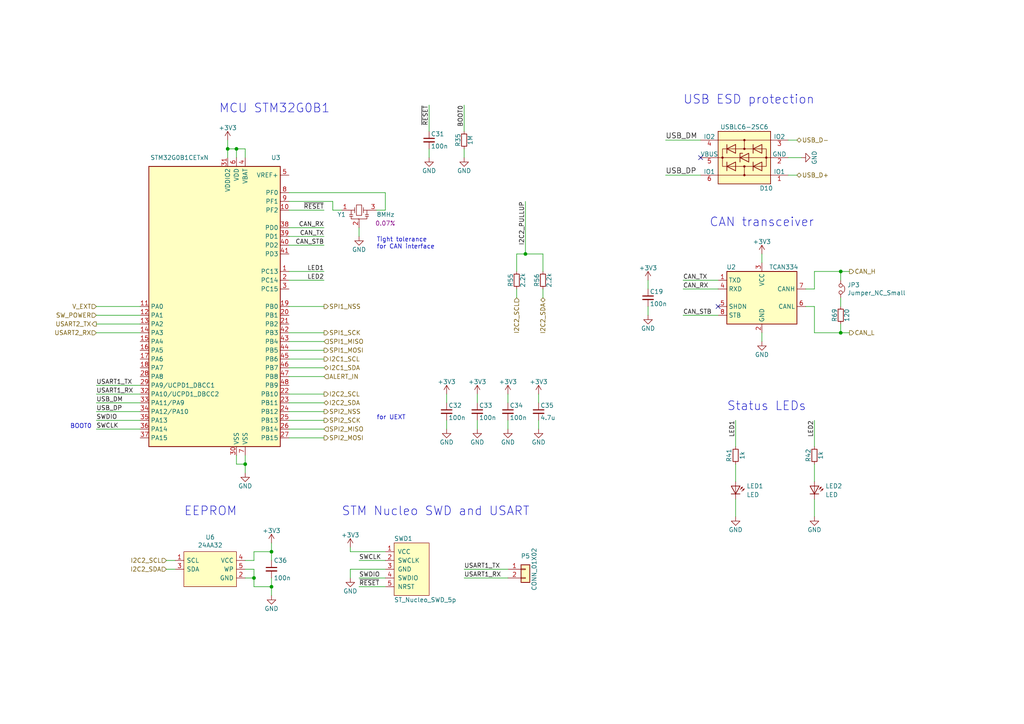
<source format=kicad_sch>
(kicad_sch (version 20211123) (generator eeschema)
  (paper "A4")
  (title_block (title "BMS 8S50 IC") (date "2021-02-13") (rev "0.2") (company "Libre Solar Technologies GmbH") (comment 1 "Website: https://libre.solar") (comment 2 "Author: Martin Jäger") (comment 3 "License: Creative Commons Attribution-ShareAlike 4.0 International"))
  (lib_symbols
    (symbol "Connector_Generic:Conn_01x02" (pin_names (offset 1.016) hide)
      (property "Reference" "J" (at 0 2.54 0))
      (property "Value" "Conn_01x02" (at 0 -5.08 0))
      (symbol "Conn_01x02_1_1"
        (rectangle (start -1.27 -2.413) (end 0 -2.667) (stroke (width 0.1524)))
        (rectangle (start -1.27 0.127) (end 0 -0.127) (stroke (width 0.1524)))
        (rectangle (start -1.27 1.27) (end 1.27 -3.81) (stroke (width 0.254)) (fill (type background)))
        (pin passive line (at -5.08 0 0) (length 3.81) (name "Pin_1") (number "1"))
        (pin passive line (at -5.08 -2.54 0) (length 3.81) (name "Pin_2") (number "2"))
      )
    )
    (symbol "Interface_CAN_LIN:TCAN334"
      (property "Reference" "U" (at -10.16 8.89 0))
      (property "Value" "TCAN334" (at 2.54 8.89 0))
      (symbol "TCAN334_0_1"
        (rectangle (start -10.16 7.62) (end 10.16 -7.62) (stroke (width 0.254)) (fill (type background)))
      )
      (symbol "TCAN334_1_1"
        (pin input line (at -12.7 5.08 0) (length 2.54) (name "TXD") (number "1"))
        (pin power_in line (at 0 -10.16 90) (length 2.54) (name "GND") (number "2"))
        (pin power_in line (at 0 10.16 270) (length 2.54) (name "VCC") (number "3"))
        (pin tri_state line (at -12.7 2.54 0) (length 2.54) (name "RXD") (number "4"))
        (pin input line (at -12.7 -2.54 0) (length 2.54) (name "SHDN") (number "5"))
        (pin bidirectional line (at 12.7 -2.54 180) (length 2.54) (name "CANL") (number "6"))
        (pin bidirectional line (at 12.7 2.54 180) (length 2.54) (name "CANH") (number "7"))
        (pin input line (at -12.7 -5.08 0) (length 2.54) (name "STB") (number "8"))
      )
    )
    (symbol "LibreSolar:C" (pin_numbers hide) (pin_names (offset 0.254) hide)
      (property "Reference" "C" (at 0.635 1.905 0))
      (property "Value" "C" (at 0.635 -1.905 0))
      (symbol "C_0_1"
        (polyline (pts (xy -1.524 -0.508) (xy 1.524 -0.508)) (stroke (width 0.3302)))
        (polyline (pts (xy -1.524 0.508) (xy 0 0.508) (xy 1.524 0.508)) (stroke (width 0.3048)))
      )
      (symbol "C_1_1"
        (pin passive line (at 0 2.54 270) (length 1.905) (name "~") (number "1"))
        (pin passive line (at 0 -2.54 90) (length 2.032) (name "~") (number "2"))
      )
    )
    (symbol "LibreSolar:Jumper_NC_Small" (pin_numbers hide) (pin_names (offset 0.762) hide)
      (property "Reference" "JP" (at 0 2.032 0))
      (symbol "Jumper_NC_Small_0_1"
        (circle (center -1.016 0) (radius 0.508))
        (circle (center 1.016 0) (radius 0.508))
        (arc (start 1.016 0.762) (mid 0 1.1828) (end -1.016 0.762))
        (pin passive line (at -2.54 0 0) (length 1.016) (name "1") (number "1"))
        (pin passive line (at 2.54 0 180) (length 1.016) (name "2") (number "2"))
      )
    )
    (symbol "LibreSolar:R" (pin_numbers hide) (pin_names (offset 0.254) hide)
      (property "Reference" "R" (at -1.905 0 90))
      (property "Value" "R" (at 1.905 0 90))
      (symbol "R_0_1"
        (rectangle (start -0.762 1.778) (end 0.762 -1.778) (stroke (width 0.2032)))
      )
      (symbol "R_1_1"
        (pin passive line (at 0 2.54 270) (length 0.762) (name "~") (number "1"))
        (pin passive line (at 0 -2.54 90) (length 0.762) (name "~") (number "2"))
      )
    )
    (symbol "LibreSolar:Resonator" (pin_names (offset 1.016) hide)
      (property "Reference" "Y" (at 0 2.54 0))
      (property "Value" "Resonator" (at 1.016 -4.572 0))
      (symbol "Resonator_0_1"
        (rectangle (start -0.762 -1.524) (end 0.762 1.524))
        (polyline (pts (xy -3.048 0) (xy -1.27 0)))
        (polyline (pts (xy -2.794 -1.778) (xy -1.778 -1.778)))
        (polyline (pts (xy -2.286 0) (xy -2.286 -1.27)))
        (polyline (pts (xy -1.27 -0.762) (xy -1.27 0.762)))
        (polyline (pts (xy 1.27 -0.762) (xy 1.27 0.762)))
        (polyline (pts (xy 1.27 0) (xy 3.048 0)))
        (polyline (pts (xy 1.778 -1.778) (xy 2.794 -1.778)))
        (polyline (pts (xy 1.778 -1.27) (xy 2.794 -1.27)))
        (polyline (pts (xy 2.286 0) (xy 2.286 -1.27)))
        (polyline (pts (xy -2.286 -1.778) (xy -2.286 -2.54) (xy 0 -2.54)))
        (polyline (pts (xy 2.286 -1.778) (xy 2.286 -2.54) (xy -0.254 -2.54)))
      )
      (symbol "Resonator_1_1"
        (polyline (pts (xy -2.794 -1.27) (xy -1.778 -1.27)))
        (pin passive line (at -5.08 0 0) (length 2.032) (name "1") (number "1"))
        (pin input line (at 0 -5.08 90) (length 2.54) (name "2") (number "2"))
        (pin passive line (at 5.08 0 180) (length 2.032) (name "3") (number "3"))
      )
    )
    (symbol "LibreSolar:ST_Nucleo_SWD_5p" (pin_names (offset 1.016))
      (property "Reference" "J" (at 0 8.89 0))
      (property "Value" "ST_Nucleo_SWD_5p" (at 0 -8.89 0))
      (symbol "ST_Nucleo_SWD_5p_0_1"
        (rectangle (start -5.08 7.62) (end 5.08 -7.62) (fill (type background)))
      )
      (symbol "ST_Nucleo_SWD_5p_1_1"
        (pin passive line (at -7.62 5.08 0) (length 2.54) (name "VCC") (number "1"))
        (pin passive line (at -7.62 2.54 0) (length 2.54) (name "SWCLK") (number "2"))
        (pin passive line (at -7.62 0 0) (length 2.54) (name "GND") (number "3"))
        (pin passive line (at -7.62 -2.54 0) (length 2.54) (name "SWDIO") (number "4"))
        (pin passive line (at -7.62 -5.08 0) (length 2.54) (name "NRST") (number "5"))
      )
    )
    (symbol "LibreSolar:USBLC6-2SC6" (pin_names (offset 0))
      (property "Reference" "U" (at 0 8.89 0))
      (property "Value" "USBLC6-2SC6" (at 0 -8.89 0))
      (symbol "USBLC6-2SC6_0_1"
        (rectangle (start -7.62 7.62) (end 7.62 -7.62) (stroke (width 0.2032)) (fill (type background)))
        (circle (center -6.35 0) (radius 0.254) (fill (type outline)))
        (circle (center 0 -5.08) (radius 0.254) (fill (type outline)))
        (circle (center 0 -2.54) (radius 0.254) (fill (type outline)))
        (polyline (pts (xy -7.62 0) (xy -6.35 0)))
        (polyline (pts (xy -6.35 0) (xy 1.27 0)))
        (polyline (pts (xy -2.54 -2.54) (xy 5.08 -2.54)))
        (polyline (pts (xy -2.54 -1.27) (xy -2.54 -3.81)) (stroke (width 0.2032)))
        (polyline (pts (xy -2.54 1.27) (xy -2.54 3.81)) (stroke (width 0.2032)))
        (polyline (pts (xy -2.54 2.54) (xy 5.08 2.54)))
        (polyline (pts (xy 0 -5.08) (xy -7.62 -5.08)))
        (polyline (pts (xy 0 5.08) (xy -7.62 5.08)))
        (polyline (pts (xy 1.27 0) (xy 6.35 0)))
        (polyline (pts (xy 5.08 -1.27) (xy 5.08 -3.81)) (stroke (width 0.2032)))
        (polyline (pts (xy 5.08 1.27) (xy 5.08 3.81)) (stroke (width 0.2032)))
        (polyline (pts (xy 6.35 0) (xy 7.62 0)))
        (polyline (pts (xy -6.35 0) (xy -6.35 2.54) (xy -2.54 2.54)))
        (polyline (pts (xy -2.54 -2.54) (xy -6.35 -2.54) (xy -6.35 0)))
        (polyline (pts (xy 0 -2.54) (xy 0 -5.08) (xy 7.62 -5.08)))
        (polyline (pts (xy 0 2.54) (xy 0 5.08) (xy 7.62 5.08)))
        (polyline (pts (xy -5.08 -3.81) (xy -5.08 -1.27) (xy -2.54 -2.54) (xy -5.08 -3.81)) (stroke (width 0.2032)))
        (polyline (pts (xy -5.08 3.81) (xy -5.08 1.27) (xy -2.54 2.54) (xy -5.08 3.81)) (stroke (width 0.2032)))
        (polyline (pts (xy -1.27 1.27) (xy -1.27 -1.27) (xy 1.27 0) (xy -1.27 1.27)) (stroke (width 0.2032)))
        (polyline (pts (xy 0.508 -1.27) (xy 1.27 -1.27) (xy 1.27 0.762) (xy 1.27 1.27)) (stroke (width 0.2032)))
        (polyline (pts (xy 2.54 -3.81) (xy 2.54 -1.27) (xy 5.08 -2.54) (xy 2.54 -3.81)) (stroke (width 0.2032)))
        (polyline (pts (xy 2.54 3.81) (xy 2.54 1.27) (xy 5.08 2.54) (xy 2.54 3.81)) (stroke (width 0.2032)))
        (polyline (pts (xy 5.08 2.54) (xy 6.35 2.54) (xy 6.35 -2.54) (xy 5.08 -2.54)))
        (circle (center 0 2.54) (radius 0.254) (fill (type outline)))
        (circle (center 0 5.08) (radius 0.254) (fill (type outline)))
        (circle (center 6.35 0) (radius 0.254) (fill (type outline)))
      )
      (symbol "USBLC6-2SC6_1_1"
        (pin passive line (at -12.7 5.08 0) (length 5.08) (name "IO1") (number "1"))
        (pin power_in line (at -12.7 0 0) (length 5.08) (name "GND") (number "2"))
        (pin passive line (at -12.7 -5.08 0) (length 5.08) (name "IO2") (number "3"))
        (pin passive line (at 12.7 -5.08 180) (length 5.08) (name "IO2") (number "4"))
        (pin passive line (at 12.7 0 180) (length 5.08) (name "VBUS") (number "5"))
        (pin passive line (at 12.7 5.08 180) (length 5.08) (name "IO1") (number "6"))
      )
    )
    (symbol "MCU_ST_STM32G0:STM32G0B1CETxN"
      (property "Reference" "U" (at -20.32 41.91 0))
      (property "Value" "STM32G0B1CETxN" (at -2.54 41.91 0))
      (symbol "STM32G0B1CETxN_0_1"
        (rectangle (start -20.32 -40.64) (end 17.78 40.64) (stroke (width 0.254)) (fill (type background)))
      )
      (symbol "STM32G0B1CETxN_1_1"
        (pin bidirectional line (at -22.86 10.16 0) (length 2.54) (name "PC13") (number "1"))
        (pin bidirectional line (at -22.86 27.94 0) (length 2.54) (name "PF2") (number "10"))
        (pin bidirectional line (at 20.32 0 180) (length 2.54) (name "PA0") (number "11"))
        (pin bidirectional line (at 20.32 -2.54 180) (length 2.54) (name "PA1") (number "12"))
        (pin bidirectional line (at 20.32 -5.08 180) (length 2.54) (name "PA2") (number "13"))
        (pin bidirectional line (at 20.32 -7.62 180) (length 2.54) (name "PA3") (number "14"))
        (pin bidirectional line (at 20.32 -10.16 180) (length 2.54) (name "PA4") (number "15"))
        (pin bidirectional line (at 20.32 -12.7 180) (length 2.54) (name "PA5") (number "16"))
        (pin bidirectional line (at 20.32 -15.24 180) (length 2.54) (name "PA6") (number "17"))
        (pin bidirectional line (at 20.32 -17.78 180) (length 2.54) (name "PA7") (number "18"))
        (pin bidirectional line (at -22.86 0 0) (length 2.54) (name "PB0") (number "19"))
        (pin bidirectional line (at -22.86 7.62 0) (length 2.54) (name "PC14") (number "2"))
        (pin bidirectional line (at -22.86 -2.54 0) (length 2.54) (name "PB1") (number "20"))
        (pin bidirectional line (at -22.86 -5.08 0) (length 2.54) (name "PB2") (number "21"))
        (pin bidirectional line (at -22.86 -25.4 0) (length 2.54) (name "PB10") (number "22"))
        (pin bidirectional line (at -22.86 -27.94 0) (length 2.54) (name "PB11") (number "23"))
        (pin bidirectional line (at -22.86 -30.48 0) (length 2.54) (name "PB12") (number "24"))
        (pin bidirectional line (at -22.86 -33.02 0) (length 2.54) (name "PB13") (number "25"))
        (pin bidirectional line (at -22.86 -35.56 0) (length 2.54) (name "PB14") (number "26"))
        (pin bidirectional line (at -22.86 -38.1 0) (length 2.54) (name "PB15") (number "27"))
        (pin bidirectional line (at 20.32 -20.32 180) (length 2.54) (name "PA8") (number "28"))
        (pin bidirectional line (at 20.32 -22.86 180) (length 2.54) (name "PA9/UCPD1_DBCC1") (number "29"))
        (pin bidirectional line (at -22.86 5.08 0) (length 2.54) (name "PC15") (number "3"))
        (pin power_in line (at -7.62 -43.18 90) (length 2.54) (name "VSS") (number "30"))
        (pin power_in line (at -5.08 43.18 270) (length 2.54) (name "VDDIO2") (number "31"))
        (pin bidirectional line (at 20.32 -25.4 180) (length 2.54) (name "PA10/UCPD1_DBCC2") (number "32"))
        (pin bidirectional line (at 20.32 -27.94 180) (length 2.54) (name "PA11/PA9") (number "33"))
        (pin bidirectional line (at 20.32 -30.48 180) (length 2.54) (name "PA12/PA10") (number "34"))
        (pin bidirectional line (at 20.32 -33.02 180) (length 2.54) (name "PA13") (number "35"))
        (pin bidirectional line (at 20.32 -35.56 180) (length 2.54) (name "PA14") (number "36"))
        (pin bidirectional line (at 20.32 -38.1 180) (length 2.54) (name "PA15") (number "37"))
        (pin bidirectional line (at -22.86 22.86 0) (length 2.54) (name "PD0") (number "38"))
        (pin bidirectional line (at -22.86 20.32 0) (length 2.54) (name "PD1") (number "39"))
        (pin power_in line (at -10.16 43.18 270) (length 2.54) (name "VBAT") (number "4"))
        (pin bidirectional line (at -22.86 17.78 0) (length 2.54) (name "PD2") (number "40"))
        (pin bidirectional line (at -22.86 15.24 0) (length 2.54) (name "PD3") (number "41"))
        (pin bidirectional line (at -22.86 -7.62 0) (length 2.54) (name "PB3") (number "42"))
        (pin bidirectional line (at -22.86 -10.16 0) (length 2.54) (name "PB4") (number "43"))
        (pin bidirectional line (at -22.86 -12.7 0) (length 2.54) (name "PB5") (number "44"))
        (pin bidirectional line (at -22.86 -15.24 0) (length 2.54) (name "PB6") (number "45"))
        (pin bidirectional line (at -22.86 -17.78 0) (length 2.54) (name "PB7") (number "46"))
        (pin bidirectional line (at -22.86 -20.32 0) (length 2.54) (name "PB8") (number "47"))
        (pin bidirectional line (at -22.86 -22.86 0) (length 2.54) (name "PB9") (number "48"))
        (pin bidirectional line (at -22.86 38.1 0) (length 2.54) (name "VREF+") (number "5"))
        (pin power_in line (at -7.62 43.18 270) (length 2.54) (name "VDD") (number "6"))
        (pin power_in line (at -10.16 -43.18 90) (length 2.54) (name "VSS") (number "7"))
        (pin input line (at -22.86 33.02 0) (length 2.54) (name "PF0") (number "8"))
        (pin input line (at -22.86 30.48 0) (length 2.54) (name "PF1") (number "9"))
      )
    )
    (symbol "bms-control-16s-rescue:24AA01-LibreSolar" (pin_names (offset 0.762))
      (property "Reference" "U" (at 0 6.35 0))
      (property "Value" "24AA01-LibreSolar" (at 0 -6.35 0))
      (symbol "24AA01-LibreSolar_1_0"
        (pin power_in line (at 10.16 -2.54 180) (length 2.54) (name "GND") (number "2"))
        (pin power_in line (at 10.16 2.54 180) (length 2.54) (name "VCC") (number "4"))
      )
      (symbol "24AA01-LibreSolar_1_1"
        (rectangle (start -7.62 -5.08) (end 7.62 5.08) (fill (type background)))
        (pin input line (at -10.16 2.54 0) (length 2.54) (name "SCL") (number "1"))
        (pin bidirectional line (at -10.16 0 0) (length 2.54) (name "SDA") (number "3"))
        (pin passive line (at 10.16 0 180) (length 2.54) (name "WP") (number "5"))
      )
    )
    (symbol "bms-control-16s-rescue:D_LED-LibreSolar" (pin_numbers hide) (pin_names (offset 1.016) hide)
      (property "Reference" "D" (at 3.175 1.27 0))
      (property "Value" "D_LED-LibreSolar" (at 3.175 -1.27 0))
      (symbol "D_LED-LibreSolar_0_1"
        (polyline (pts (xy 0 -1.27) (xy 0 1.27)))
        (polyline (pts (xy 1.27 -1.016) (xy -1.27 -1.016)) (stroke (width 0.2032)))
        (polyline (pts (xy 1.27 1.27) (xy -1.27 1.27) (xy 0 -1.016) (xy 1.27 1.27)) (stroke (width 0.2032)))
        (polyline (pts (xy 1.778 -0.254) (xy 2.54 0.508) (xy 2.032 0.254) (xy 2.54 0.508) (xy 2.286 0)))
        (polyline (pts (xy 1.27 0.254) (xy 1.524 0.508) (xy 2.032 1.016) (xy 1.524 0.762) (xy 2.032 1.016) (xy 1.778 0.508)))
      )
      (symbol "D_LED-LibreSolar_1_1"
        (pin passive line (at 0 -2.54 90) (length 1.27) (name "K") (number "1"))
        (pin passive line (at 0 2.54 270) (length 1.27) (name "A") (number "2"))
      )
    )
    (symbol "power:+3.3V" (power) (pin_names (offset 0))
      (property "Value" "+3.3V" (at 0 3.556 0))
      (symbol "+3.3V_0_1"
        (polyline (pts (xy -0.762 1.27) (xy 0 2.54)))
        (polyline (pts (xy 0 0) (xy 0 2.54)))
        (polyline (pts (xy 0 2.54) (xy 0.762 1.27)))
      )
      (symbol "+3.3V_1_1"
        (pin power_in line (at 0 0 90) (length 0) hide (name "+3V3") (number "1"))
      )
    )
    (symbol "power:GND" (power) (pin_names (offset 0))
      (property "Value" "GND" (at 0 -3.81 0))
      (symbol "GND_0_1"
        (polyline (pts (xy 0 0) (xy 0 -1.27) (xy 1.27 -1.27) (xy 0 -2.54) (xy -1.27 -1.27) (xy 0 -1.27)))
      )
      (symbol "GND_1_1"
        (pin power_in line (at 0 0 270) (length 0) hide (name "GND") (number "1"))
      )
    )
  )
  (junction (at 68.58 43.18) (diameter 0.9144))
  (junction (at 78.74 160.02) (diameter 0.9144))
  (junction (at 73.66 167.64) (diameter 0.9144))
  (junction (at 243.84 78.74) (diameter 0.9144))
  (junction (at 66.04 43.18) (diameter 0.9144))
  (junction (at 243.84 96.52) (diameter 0.9144))
  (junction (at 152.4 73.66) (diameter 0.9144))
  (junction (at 71.12 134.62) (diameter 0.9144))
  (junction (at 78.74 170.18) (diameter 0.9144))
  (no_connect (at 208.28 88.9))
  (no_connect (at 203.2 45.72))
  (wire (pts (xy 243.84 81.28) (xy 243.84 78.74)))
  (wire (pts (xy 83.82 114.3) (xy 93.98 114.3)))
  (wire (pts (xy 246.38 96.52) (xy 243.84 96.52)))
  (wire (pts (xy 40.64 88.9) (xy 27.94 88.9)))
  (wire (pts (xy 213.36 144.78) (xy 213.36 149.86)))
  (wire (pts (xy 243.84 96.52) (xy 236.22 96.52)))
  (wire (pts (xy 152.4 58.42) (xy 152.4 73.66)))
  (wire (pts (xy 156.21 121.92) (xy 156.21 124.46)))
  (wire (pts (xy 236.22 134.62) (xy 236.22 139.7)))
  (wire (pts (xy 101.6 165.1) (xy 101.6 167.64)))
  (wire (pts (xy 111.76 170.18) (xy 104.14 170.18)))
  (wire (pts (xy 73.66 170.18) (xy 78.74 170.18)))
  (wire (pts (xy 40.64 93.98) (xy 27.94 93.98)))
  (wire (pts (xy 101.6 160.02) (xy 111.76 160.02)))
  (wire (pts (xy 243.84 96.52) (xy 243.84 93.98)))
  (wire (pts (xy 236.22 129.54) (xy 236.22 121.92)))
  (wire (pts (xy 83.82 60.96) (xy 93.98 60.96)))
  (wire (pts (xy 198.12 91.44) (xy 208.28 91.44)))
  (wire (pts (xy 134.62 167.64) (xy 147.32 167.64)))
  (wire (pts (xy 83.82 109.22) (xy 93.98 109.22)))
  (wire (pts (xy 40.64 96.52) (xy 27.94 96.52)))
  (wire (pts (xy 233.68 83.82) (xy 236.22 83.82)))
  (wire (pts (xy 109.22 60.96) (xy 111.76 60.96)))
  (wire (pts (xy 236.22 96.52) (xy 236.22 88.9)))
  (wire (pts (xy 73.66 165.1) (xy 73.66 167.64)))
  (wire (pts (xy 111.76 60.96) (xy 111.76 55.88)))
  (wire (pts (xy 157.48 83.82) (xy 157.48 86.36)))
  (wire (pts (xy 138.43 124.46) (xy 138.43 121.92)))
  (wire (pts (xy 68.58 43.18) (xy 71.12 43.18)))
  (wire (pts (xy 71.12 43.18) (xy 71.12 45.72)))
  (wire (pts (xy 78.74 157.48) (xy 78.74 160.02)))
  (wire (pts (xy 73.66 160.02) (xy 78.74 160.02)))
  (wire (pts (xy 78.74 167.64) (xy 78.74 170.18)))
  (wire (pts (xy 83.82 68.58) (xy 93.98 68.58)))
  (wire (pts (xy 228.6 50.8) (xy 231.14 50.8)))
  (wire (pts (xy 220.98 73.66) (xy 220.98 76.2)))
  (wire (pts (xy 83.82 124.46) (xy 93.98 124.46)))
  (wire (pts (xy 193.04 50.8) (xy 203.2 50.8)))
  (wire (pts (xy 243.84 78.74) (xy 246.38 78.74)))
  (wire (pts (xy 83.82 71.12) (xy 93.98 71.12)))
  (wire (pts (xy 40.64 111.76) (xy 27.94 111.76)))
  (wire (pts (xy 71.12 162.56) (xy 73.66 162.56)))
  (wire (pts (xy 228.6 40.64) (xy 231.14 40.64)))
  (wire (pts (xy 243.84 86.36) (xy 243.84 88.9)))
  (wire (pts (xy 156.21 116.84) (xy 156.21 114.3)))
  (wire (pts (xy 83.82 58.42) (xy 96.52 58.42)))
  (wire (pts (xy 187.96 83.82) (xy 187.96 81.28)))
  (wire (pts (xy 236.22 83.82) (xy 236.22 78.74)))
  (wire (pts (xy 66.04 43.18) (xy 68.58 43.18)))
  (wire (pts (xy 68.58 43.18) (xy 68.58 45.72)))
  (wire (pts (xy 50.8 165.1) (xy 48.26 165.1)))
  (wire (pts (xy 83.82 78.74) (xy 93.98 78.74)))
  (wire (pts (xy 111.76 165.1) (xy 101.6 165.1)))
  (wire (pts (xy 134.62 30.48) (xy 134.62 38.1)))
  (wire (pts (xy 138.43 114.3) (xy 138.43 116.84)))
  (wire (pts (xy 198.12 81.28) (xy 208.28 81.28)))
  (wire (pts (xy 83.82 127) (xy 93.98 127)))
  (wire (pts (xy 104.14 66.04) (xy 104.14 68.58)))
  (wire (pts (xy 149.86 73.66) (xy 149.86 78.74)))
  (wire (pts (xy 213.36 129.54) (xy 213.36 121.92)))
  (wire (pts (xy 134.62 43.18) (xy 134.62 45.72)))
  (wire (pts (xy 111.76 167.64) (xy 104.14 167.64)))
  (wire (pts (xy 83.82 88.9) (xy 93.98 88.9)))
  (wire (pts (xy 83.82 96.52) (xy 93.98 96.52)))
  (wire (pts (xy 157.48 73.66) (xy 157.48 78.74)))
  (wire (pts (xy 50.8 162.56) (xy 48.26 162.56)))
  (wire (pts (xy 40.64 116.84) (xy 27.94 116.84)))
  (wire (pts (xy 147.32 114.3) (xy 147.32 116.84)))
  (wire (pts (xy 83.82 101.6) (xy 93.98 101.6)))
  (wire (pts (xy 66.04 40.64) (xy 66.04 43.18)))
  (wire (pts (xy 66.04 43.18) (xy 66.04 45.72)))
  (wire (pts (xy 134.62 165.1) (xy 147.32 165.1)))
  (wire (pts (xy 71.12 165.1) (xy 73.66 165.1)))
  (wire (pts (xy 236.22 88.9) (xy 233.68 88.9)))
  (wire (pts (xy 83.82 116.84) (xy 93.98 116.84)))
  (wire (pts (xy 213.36 134.62) (xy 213.36 139.7)))
  (wire (pts (xy 187.96 91.44) (xy 187.96 88.9)))
  (wire (pts (xy 236.22 78.74) (xy 243.84 78.74)))
  (wire (pts (xy 71.12 167.64) (xy 73.66 167.64)))
  (wire (pts (xy 78.74 160.02) (xy 78.74 162.56)))
  (wire (pts (xy 124.46 30.48) (xy 124.46 38.1)))
  (wire (pts (xy 236.22 144.78) (xy 236.22 149.86)))
  (wire (pts (xy 111.76 162.56) (xy 104.14 162.56)))
  (wire (pts (xy 83.82 104.14) (xy 93.98 104.14)))
  (wire (pts (xy 40.64 124.46) (xy 27.94 124.46)))
  (wire (pts (xy 124.46 43.18) (xy 124.46 45.72)))
  (wire (pts (xy 96.52 58.42) (xy 96.52 60.96)))
  (wire (pts (xy 129.54 124.46) (xy 129.54 121.92)))
  (wire (pts (xy 96.52 60.96) (xy 99.06 60.96)))
  (wire (pts (xy 129.54 114.3) (xy 129.54 116.84)))
  (wire (pts (xy 68.58 132.08) (xy 68.58 134.62)))
  (wire (pts (xy 68.58 134.62) (xy 71.12 134.62)))
  (wire (pts (xy 71.12 132.08) (xy 71.12 134.62)))
  (wire (pts (xy 198.12 83.82) (xy 208.28 83.82)))
  (wire (pts (xy 40.64 119.38) (xy 27.94 119.38)))
  (wire (pts (xy 83.82 106.68) (xy 93.98 106.68)))
  (wire (pts (xy 152.4 73.66) (xy 157.48 73.66)))
  (wire (pts (xy 73.66 162.56) (xy 73.66 160.02)))
  (wire (pts (xy 83.82 81.28) (xy 93.98 81.28)))
  (wire (pts (xy 83.82 99.06) (xy 93.98 99.06)))
  (wire (pts (xy 232.41 45.72) (xy 228.6 45.72)))
  (wire (pts (xy 83.82 121.92) (xy 93.98 121.92)))
  (wire (pts (xy 71.12 134.62) (xy 71.12 137.16)))
  (wire (pts (xy 203.2 40.64) (xy 193.04 40.64)))
  (wire (pts (xy 220.98 96.52) (xy 220.98 99.06)))
  (wire (pts (xy 147.32 121.92) (xy 147.32 124.46)))
  (wire (pts (xy 149.86 83.82) (xy 149.86 86.36)))
  (wire (pts (xy 83.82 55.88) (xy 111.76 55.88)))
  (wire (pts (xy 149.86 73.66) (xy 152.4 73.66)))
  (wire (pts (xy 40.64 121.92) (xy 27.94 121.92)))
  (wire (pts (xy 40.64 114.3) (xy 27.94 114.3)))
  (wire (pts (xy 83.82 119.38) (xy 93.98 119.38)))
  (wire (pts (xy 101.6 158.75) (xy 101.6 160.02)))
  (wire (pts (xy 83.82 66.04) (xy 93.98 66.04)))
  (wire (pts (xy 40.64 91.44) (xy 27.94 91.44)))
  (wire (pts (xy 73.66 167.64) (xy 73.66 170.18)))
  (wire (pts (xy 78.74 170.18) (xy 78.74 172.72)))
  (text "MCU STM32G0B1" (at 63.5 33.02 0) (effects (font (size 2.54 2.54)) (justify left bottom)))
  (text "for UEXT" (at 109.22 121.92 0) (effects (font (size 1.27 1.27)) (justify left bottom)))
  (text "EEPROM" (at 53.34 149.86 0) (effects (font (size 2.54 2.54)) (justify left bottom)))
  (text "CAN transceiver" (at 205.74 66.04 0) (effects (font (size 2.54 2.54)) (justify left bottom)))
  (text "BOOT0" (at 20.32 124.46 0) (effects (font (size 1.27 1.27)) (justify left bottom)))
  (text "USB ESD protection" (at 198.12 30.48 0) (effects (font (size 2.54 2.54)) (justify left bottom)))
  (text "STM Nucleo SWD and USART" (at 99.06 149.86 0) (effects (font (size 2.54 2.54)) (justify left bottom)))
  (text "Status LEDs" (at 210.82 119.38 0) (effects (font (size 2.54 2.54)) (justify left bottom)))
  (text "Tight tolerance\nfor CAN interface" (at 109.22 72.39 0) (effects (font (size 1.27 1.27)) (justify left bottom)))
  (label "CAN_STB" (at 198.12 91.44 0))
  (label "CAN_TX" (at 93.98 68.58 180))
  (label "~{RESET}" (at 93.98 60.96 180))
  (label "I2C2_PULLUP" (at 152.4 58.42 270))
  (label "SWDIO" (at 27.94 121.92 0))
  (label "SWCLK" (at 104.14 162.56 0))
  (label "USB_DP" (at 193.04 50.8 0) (effects (font (size 1.524 1.524))))
  (label "USB_DP" (at 27.94 119.38 0))
  (label "LED1" (at 93.98 78.74 180))
  (label "BOOT0" (at 134.62 30.48 270))
  (label "SWCLK" (at 27.94 124.46 0))
  (label "CAN_RX" (at 93.98 66.04 180))
  (label "SWDIO" (at 104.14 167.64 0))
  (label "USART1_RX" (at 27.94 114.3 0))
  (label "USART1_RX" (at 134.62 167.64 0))
  (label "CAN_TX" (at 198.12 81.28 0))
  (label "CAN_STB" (at 93.98 71.12 180))
  (label "USB_DM" (at 193.04 40.64 0) (effects (font (size 1.524 1.524))))
  (label "USART1_TX" (at 27.94 111.76 0))
  (label "~{RESET}" (at 104.14 170.18 0))
  (label "USB_DM" (at 27.94 116.84 0))
  (label "~{RESET}" (at 124.46 30.48 270))
  (label "LED1" (at 213.36 121.92 270))
  (label "LED2" (at 93.98 81.28 180))
  (label "CAN_RX" (at 198.12 83.82 0))
  (label "USART1_TX" (at 134.62 165.1 0))
  (label "LED2" (at 236.22 121.92 270))
  (hierarchical_label "USART2_RX" (shape input) (at 27.94 96.52 180))
  (hierarchical_label "USB_D-" (shape bidirectional) (at 231.14 40.64 0))
  (hierarchical_label "CAN_L" (shape output) (at 246.38 96.52 0))
  (hierarchical_label "V_EXT" (shape input) (at 27.94 88.9 180))
  (hierarchical_label "I2C2_SDA" (shape bidirectional) (at 93.98 116.84 0))
  (hierarchical_label "SPI1_MOSI" (shape output) (at 93.98 101.6 0))
  (hierarchical_label "SPI2_SCK" (shape output) (at 93.98 121.92 0))
  (hierarchical_label "I2C2_SDA" (shape input) (at 48.26 165.1 180))
  (hierarchical_label "SPI1_SCK" (shape output) (at 93.98 96.52 0))
  (hierarchical_label "I2C2_SDA" (shape bidirectional) (at 157.48 86.36 270))
  (hierarchical_label "I2C1_SCL" (shape output) (at 93.98 104.14 0))
  (hierarchical_label "SPI2_NSS" (shape output) (at 93.98 119.38 0))
  (hierarchical_label "SPI2_MOSI" (shape output) (at 93.98 127 0))
  (hierarchical_label "USB_D+" (shape bidirectional) (at 231.14 50.8 0))
  (hierarchical_label "I2C1_SDA" (shape bidirectional) (at 93.98 106.68 0))
  (hierarchical_label "USART2_TX" (shape output) (at 27.94 93.98 180))
  (hierarchical_label "I2C2_SCL" (shape input) (at 149.86 86.36 270))
  (hierarchical_label "I2C2_SCL" (shape input) (at 48.26 162.56 180))
  (hierarchical_label "SPI2_MISO" (shape input) (at 93.98 124.46 0))
  (hierarchical_label "SPI1_NSS" (shape output) (at 93.98 88.9 0))
  (hierarchical_label "SW_POWER" (shape input) (at 27.94 91.44 180))
  (hierarchical_label "ALERT_IN" (shape input) (at 93.98 109.22 0))
  (hierarchical_label "CAN_H" (shape output) (at 246.38 78.74 0))
  (hierarchical_label "I2C2_SCL" (shape output) (at 93.98 114.3 0))
  (hierarchical_label "SPI1_MISO" (shape input) (at 93.98 99.06 0))
  (symbol (lib_id "power:GND") (at 129.54 124.46 0) (unit 1)
    (property "Reference" "#PWR052" (effects hide))
    (property "Value" "GND" (at 129.54 128.27 0))
  )
  (symbol (lib_id "power:GND") (at 138.43 124.46 0) (unit 1)
    (property "Reference" "#PWR053" (effects hide))
    (property "Value" "GND" (at 138.43 128.27 0))
  )
  (symbol (lib_id "power:GND") (at 147.32 124.46 0) (unit 1)
    (property "Reference" "#PWR054" (effects hide))
    (property "Value" "GND" (at 147.32 128.27 0))
  )
  (symbol (lib_id "power:GND") (at 156.21 124.46 0) (unit 1)
    (property "Reference" "#PWR055" (effects hide))
    (property "Value" "GND" (at 156.21 128.27 0))
  )
  (symbol (lib_id "power:+3.3V") (at 129.54 114.3 0) (unit 1)
    (property "Reference" "#PWR057" (effects hide))
    (property "Value" "+3.3V" (at 129.54 110.744 0))
  )
  (symbol (lib_id "power:+3.3V") (at 138.43 114.3 0) (unit 1)
    (property "Reference" "#PWR058" (effects hide))
    (property "Value" "+3.3V" (at 138.43 110.744 0))
  )
  (symbol (lib_id "power:+3.3V") (at 147.32 114.3 0) (unit 1)
    (property "Reference" "#PWR059" (effects hide))
    (property "Value" "+3.3V" (at 147.32 110.744 0))
  )
  (symbol (lib_id "power:+3.3V") (at 156.21 114.3 0) (unit 1)
    (property "Reference" "#PWR060" (effects hide))
    (property "Value" "+3.3V" (at 156.21 110.744 0))
  )
  (symbol (lib_id "power:GND") (at 71.12 137.16 0) (unit 1)
    (property "Reference" "#PWR061" (effects hide))
    (property "Value" "GND" (at 71.12 140.97 0))
  )
  (symbol (lib_id "power:GND") (at 104.14 68.58 0) (unit 1)
    (property "Reference" "#PWR062" (effects hide))
    (property "Value" "GND" (at 104.14 72.39 0))
  )
  (symbol (lib_id "power:GND") (at 236.22 149.86 0) (unit 1)
    (property "Reference" "#PWR065" (effects hide))
    (property "Value" "GND" (at 236.22 153.67 0))
  )
  (symbol (lib_id "power:GND") (at 213.36 149.86 0) (unit 1)
    (property "Reference" "#PWR066" (effects hide))
    (property "Value" "GND" (at 213.36 153.67 0))
  )
  (symbol (lib_id "power:+3.3V") (at 66.04 40.64 0) (unit 1)
    (property "Reference" "#PWR067" (effects hide))
    (property "Value" "+3.3V" (at 66.04 37.084 0))
  )
  (symbol (lib_id "power:GND") (at 124.46 45.72 0) (unit 1)
    (property "Reference" "#PWR069" (effects hide))
    (property "Value" "GND" (at 124.46 49.53 0))
  )
  (symbol (lib_id "LibreSolar:C") (at 124.46 40.64 0) (unit 1)
    (property "Reference" "C31" (at 124.968 38.862 0) (effects (justify left)))
    (property "Value" "100n" (at 124.968 42.418 0) (effects (justify left)))
    (property "Footprint" "LibreSolar:C_0603_1608" (effects hide))
    (property "Manufacturer" "Yageo" (effects hide))
    (property "PartNumber" "CC0603KRX7R9BB104" (effects hide))
  )
  (symbol (lib_id "LibreSolar:C") (at 129.54 119.38 0) (unit 1)
    (property "Reference" "C32" (at 130.048 117.602 0) (effects (justify left)))
    (property "Value" "100n" (at 130.048 121.158 0) (effects (justify left)))
    (property "Footprint" "LibreSolar:C_0603_1608" (effects hide))
    (property "Manufacturer" "Yageo" (effects hide))
    (property "PartNumber" "CC0603KRX7R9BB104" (effects hide))
  )
  (symbol (lib_id "LibreSolar:C") (at 138.43 119.38 0) (unit 1)
    (property "Reference" "C33" (at 138.938 117.602 0) (effects (justify left)))
    (property "Value" "100n" (at 138.938 121.158 0) (effects (justify left)))
    (property "Footprint" "LibreSolar:C_0603_1608" (effects hide))
    (property "Manufacturer" "Yageo" (effects hide))
    (property "PartNumber" "CC0603KRX7R9BB104" (effects hide))
  )
  (symbol (lib_id "LibreSolar:C") (at 147.32 119.38 0) (unit 1)
    (property "Reference" "C34" (at 147.828 117.602 0) (effects (justify left)))
    (property "Value" "100n" (at 147.828 121.158 0) (effects (justify left)))
    (property "Footprint" "LibreSolar:C_0603_1608" (effects hide))
    (property "Manufacturer" "Yageo" (effects hide))
    (property "PartNumber" "CC0603KRX7R9BB104" (effects hide))
  )
  (symbol (lib_id "LibreSolar:C") (at 156.21 119.38 0) (unit 1)
    (property "Reference" "C35" (at 156.718 117.602 0) (effects (justify left)))
    (property "Value" "4.7u" (at 156.718 121.158 0) (effects (justify left)))
    (property "Footprint" "LibreSolar:C_0603_1608" (effects hide))
    (property "Manufacturer" "Murata" (effects hide))
    (property "PartNumber" "GRM188R61A475KE15D" (effects hide))
    (property "Remarks" "10V" (effects hide))
  )
  (symbol (lib_id "LibreSolar:R") (at 213.36 132.08 0) (mirror x) (unit 1)
    (property "Reference" "R41" (at 211.455 132.08 90))
    (property "Value" "1k" (at 215.265 132.08 90))
    (property "Footprint" "LibreSolar:R_0603_1608" (effects hide))
    (property "Manufacturer" "Yageo" (effects hide))
    (property "PartNumber" "RC0603FR-071KL" (effects hide))
  )
  (symbol (lib_id "LibreSolar:R") (at 236.22 132.08 0) (mirror x) (unit 1)
    (property "Reference" "R42" (at 234.442 132.08 90))
    (property "Value" "1k" (at 237.998 132.08 90))
    (property "Footprint" "LibreSolar:R_0603_1608" (effects hide))
    (property "Manufacturer" "Yageo" (effects hide))
    (property "PartNumber" "RC0603FR-071KL" (effects hide))
  )
  (symbol (lib_id "bms-control-16s-rescue:D_LED-LibreSolar") (at 213.36 142.24 0) (unit 1)
    (property "Reference" "LED1" (at 216.535 140.97 0) (effects (justify left)))
    (property "Value" "LED" (at 216.535 143.51 0) (effects (justify left)))
    (property "Footprint" "LibreSolar:LED_0603_D3.0mm" (effects hide))
  )
  (symbol (lib_id "bms-control-16s-rescue:D_LED-LibreSolar") (at 236.22 142.24 0) (unit 1)
    (property "Reference" "LED2" (at 239.395 140.97 0) (effects (justify left)))
    (property "Value" "LED" (at 239.395 143.51 0) (effects (justify left)))
    (property "Footprint" "LibreSolar:LED_0603_D3.0mm" (effects hide))
  )
  (symbol (lib_id "LibreSolar:R") (at 134.62 40.64 0) (mirror x) (unit 1)
    (property "Reference" "R35" (at 132.842 40.64 90))
    (property "Value" "1M" (at 136.398 40.64 90))
    (property "Footprint" "LibreSolar:R_0603_1608" (effects hide))
    (property "Manufacturer" "Yageo" (effects hide))
    (property "PartNumber" "RC0603FR-071ML" (effects hide))
  )
  (symbol (lib_id "power:GND") (at 134.62 45.72 0) (unit 1)
    (property "Reference" "#PWR072" (effects hide))
    (property "Value" "GND" (at 134.62 49.53 0))
  )
  (symbol (lib_id "power:GND") (at 101.6 167.64 0) (unit 1)
    (property "Reference" "#PWR073" (effects hide))
    (property "Value" "GND" (at 101.6 171.45 0))
  )
  (symbol (lib_id "power:+3.3V") (at 101.6 158.75 0) (unit 1)
    (property "Reference" "#PWR074" (effects hide))
    (property "Value" "+3.3V" (at 101.6 155.194 0))
  )
  (symbol (lib_id "Connector_Generic:Conn_01x02") (at 152.4 165.1 0) (unit 1)
    (property "Reference" "P5" (at 152.4 161.29 0))
    (property "Value" "CONN_01X02" (at 154.94 165.1 90))
    (property "Footprint" "Connector_PinHeader_2.54mm:PinHeader_1x02_P2.54mm_Vertical" (effects hide))
  )
  (symbol (lib_id "LibreSolar:Resonator") (at 104.14 60.96 0) (unit 1)
    (property "Reference" "Y1" (at 99.06 62.23 0))
    (property "Value" "8MHz" (at 109.22 62.23 0) (effects (justify left)))
    (property "Footprint" "LibreSolar:Resonator_Murata_CSTNE" (effects hide))
    (property "Manufacturer" "Murata" (effects hide))
    (property "PartNumber" "CSTNE8M00GH5C000R0" (effects hide))
    (property "Remarks" "0.07%" (at 111.76 64.77 0))
  )
  (symbol (lib_id "power:GND") (at 78.74 172.72 0) (unit 1)
    (property "Reference" "#PWR076" (effects hide))
    (property "Value" "GND" (at 78.74 176.53 0))
  )
  (symbol (lib_id "power:+3.3V") (at 78.74 157.48 0) (unit 1)
    (property "Reference" "#PWR077" (effects hide))
    (property "Value" "+3.3V" (at 78.74 153.924 0))
  )
  (symbol (lib_id "LibreSolar:C") (at 78.74 165.1 0) (unit 1)
    (property "Reference" "C36" (at 79.375 162.56 0) (effects (justify left)))
    (property "Value" "100n" (at 79.375 167.64 0) (effects (justify left)))
    (property "Footprint" "LibreSolar:C_0603_1608" (effects hide))
    (property "Manufacturer" "Yageo" (effects hide))
    (property "PartNumber" "CC0603KRX7R9BB104" (effects hide))
  )
  (symbol (lib_id "bms-control-16s-rescue:24AA01-LibreSolar") (at 60.96 165.1 0) (unit 1)
    (property "Reference" "U6" (at 60.96 155.829 0))
    (property "Value" "24AA32" (at 60.96 158.1404 0))
    (property "Footprint" "LibreSolar:SOT-23-5" (effects hide))
    (property "Manufacturer" "Microchip" (effects hide))
    (property "PartNumber" "24AA32AFT-I/OT" (effects hide))
  )
  (symbol (lib_id "LibreSolar:USBLC6-2SC6") (at 215.9 45.72 180) (unit 1)
    (property "Reference" "D10" (at 222.25 54.61 0))
    (property "Value" "USBLC6-2SC6" (at 215.9 36.83 0))
    (property "Footprint" "LibreSolar:SOT-23-6" (effects hide))
    (property "Manufacturer" "STMicroelectronics" (effects hide))
    (property "PartNumber" "USBLC6-2SC6" (effects hide))
    (property "Remarks" "Alternative: WE-TVS 82400102" (effects hide))
  )
  (symbol (lib_id "power:GND") (at 232.41 45.72 90) (mirror x) (unit 1)
    (property "Reference" "#PWR0135" (effects hide))
    (property "Value" "GND" (at 236.22 45.72 0))
  )
  (symbol (lib_id "power:+3.3V") (at 187.96 81.28 0) (unit 1)
    (property "Reference" "#PWR0138" (effects hide))
    (property "Value" "+3.3V" (at 187.96 77.724 0))
  )
  (symbol (lib_id "power:GND") (at 187.96 91.44 0) (unit 1)
    (property "Reference" "#PWR0139" (effects hide))
    (property "Value" "GND" (at 187.96 95.25 0))
  )
  (symbol (lib_id "LibreSolar:C") (at 187.96 86.36 0) (unit 1)
    (property "Reference" "C19" (at 188.468 84.582 0) (effects (justify left)))
    (property "Value" "100n" (at 188.468 88.138 0) (effects (justify left)))
    (property "Footprint" "LibreSolar:C_0603_1608" (effects hide))
    (property "Manufacturer" "Yageo" (effects hide))
    (property "PartNumber" "CC0603KRX7R9BB104" (effects hide))
  )
  (symbol (lib_id "LibreSolar:R") (at 243.84 91.44 0) (unit 1)
    (property "Reference" "R69" (at 242.062 91.44 90))
    (property "Value" "120" (at 245.618 91.44 90))
    (property "Footprint" "LibreSolar:R_1206_3216" (effects hide))
    (property "Manufacturer" "Yageo" (effects hide))
    (property "PartNumber" "RC1206FR-07120RL" (effects hide))
  )
  (symbol (lib_id "power:+3.3V") (at 220.98 73.66 0) (unit 1)
    (property "Reference" "#PWR0140" (effects hide))
    (property "Value" "+3.3V" (at 220.98 70.104 0))
  )
  (symbol (lib_id "power:GND") (at 220.98 99.06 0) (unit 1)
    (property "Reference" "#PWR0141" (effects hide))
    (property "Value" "GND" (at 220.98 102.87 0))
  )
  (symbol (lib_id "Interface_CAN_LIN:TCAN334") (at 220.98 86.36 0) (unit 1)
    (property "Reference" "U2" (at 212.09 77.47 0))
    (property "Value" "TCAN334" (at 227.33 77.47 0))
    (property "Footprint" "LibreSolar:SOIC-8_3.9x4.9mm_Pitch1.27mm" (effects hide))
    (property "Datasheet" "http://www.ti.com/lit/ds/symlink/tcan337.pdf" (effects hide))
    (property "Manufacturer" "Texas Instruments" (effects hide))
    (property "PartNumber" "TCAN334DR" (effects hide))
  )
  (symbol (lib_id "LibreSolar:ST_Nucleo_SWD_5p") (at 119.38 165.1 0) (unit 1)
    (property "Reference" "SWD1" (at 114.3 156.21 0) (effects (justify left)))
    (property "Value" "ST_Nucleo_SWD_5p" (at 114.3 173.99 0) (effects (justify left)))
    (property "Footprint" "Connector_PinHeader_2.54mm:PinHeader_1x05_P2.54mm_Vertical" (effects hide))
  )
  (symbol (lib_id "LibreSolar:R") (at 157.48 81.28 0) (mirror x) (unit 1)
    (property "Reference" "R56" (at 155.702 81.28 90))
    (property "Value" "2.2k" (at 159.258 81.28 90))
    (property "Footprint" "LibreSolar:R_0603_1608" (effects hide))
    (property "Manufacturer" "Yageo" (effects hide))
    (property "PartNumber" "RC0603FR-072K2L" (effects hide))
  )
  (symbol (lib_id "LibreSolar:R") (at 149.86 81.28 0) (mirror x) (unit 1)
    (property "Reference" "R55" (at 148.082 81.28 90))
    (property "Value" "2.2k" (at 151.638 81.28 90))
    (property "Footprint" "LibreSolar:R_0603_1608" (effects hide))
    (property "Manufacturer" "Yageo" (effects hide))
    (property "PartNumber" "RC0603FR-072K2L" (effects hide))
  )
  (symbol (lib_id "LibreSolar:Jumper_NC_Small") (at 243.84 83.82 270) (unit 1)
    (property "Reference" "JP3" (at 245.7196 82.6516 90) (effects (justify left)))
    (property "Value" "Jumper_NC_Small" (at 245.7196 84.963 90) (effects (justify left)))
    (property "Footprint" "Connector_PinHeader_2.54mm:PinHeader_1x02_P2.54mm_Vertical" (effects hide))
  )
  (symbol (lib_id "MCU_ST_STM32G0:STM32G0B1CETxN") (at 60.96 88.9 0) (mirror y) (unit 1)
    (property "Reference" "U3" (at 80.01 45.72 0))
    (property "Value" "STM32G0B1CETxN" (at 52.07 45.72 0))
    (property "Footprint" "Package_QFP:LQFP-48_7x7mm_P0.5mm" (effects hide))
    (property "Datasheet" "https://www.st.com/resource/en/datasheet/stm32g0b1cc.pdf" (effects hide))
  )
)
</source>
